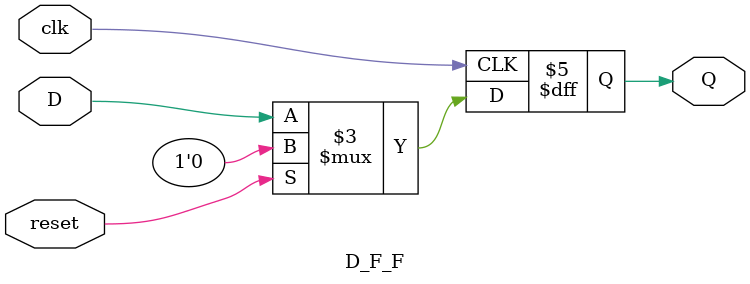
<source format=v>
module D_F_F(clk, reset, D, Q);
	input clk, reset, D;
	output reg Q;
	
	always@(posedge clk)
		if (reset)
			Q <= 0;
		else // D == 0
			Q <= D;
endmodule
</source>
